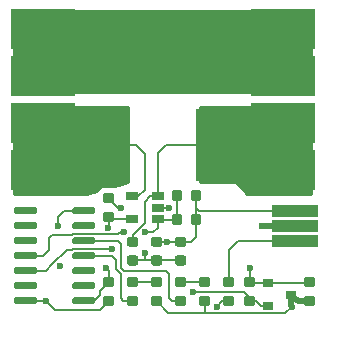
<source format=gtl>
%TF.GenerationSoftware,KiCad,Pcbnew,(5.1.6)-1*%
%TF.CreationDate,2020-05-29T23:07:58+02:00*%
%TF.ProjectId,HottTankuhr,486f7474-5461-46e6-9b75-68722e6b6963,rev?*%
%TF.SameCoordinates,Original*%
%TF.FileFunction,Copper,L1,Top*%
%TF.FilePolarity,Positive*%
%FSLAX46Y46*%
G04 Gerber Fmt 4.6, Leading zero omitted, Abs format (unit mm)*
G04 Created by KiCad (PCBNEW (5.1.6)-1) date 2020-05-29 23:07:58*
%MOMM*%
%LPD*%
G01*
G04 APERTURE LIST*
%TA.AperFunction,ComponentPad*%
%ADD10R,5.500000X3.500000*%
%TD*%
%TA.AperFunction,SMDPad,CuDef*%
%ADD11R,5.500000X3.500000*%
%TD*%
%TA.AperFunction,SMDPad,CuDef*%
%ADD12R,2.700000X6.200000*%
%TD*%
%TA.AperFunction,SMDPad,CuDef*%
%ADD13R,4.000000X1.000000*%
%TD*%
%TA.AperFunction,SMDPad,CuDef*%
%ADD14R,0.900000X0.800000*%
%TD*%
%TA.AperFunction,SMDPad,CuDef*%
%ADD15R,1.060000X0.650000*%
%TD*%
%TA.AperFunction,ViaPad*%
%ADD16C,0.600000*%
%TD*%
%TA.AperFunction,Conductor*%
%ADD17C,0.500000*%
%TD*%
%TA.AperFunction,Conductor*%
%ADD18C,0.200000*%
%TD*%
%TA.AperFunction,Conductor*%
%ADD19C,0.254000*%
%TD*%
G04 APERTURE END LIST*
D10*
X160020000Y-82900000D03*
D11*
X160020000Y-86900000D03*
X160020000Y-90900000D03*
D10*
X160020000Y-94900000D03*
X139700000Y-82900000D03*
D11*
X139700000Y-86900000D03*
X139700000Y-90900000D03*
D10*
X139700000Y-94900000D03*
%TA.AperFunction,SMDPad,CuDef*%
G36*
G01*
X162562250Y-106381000D02*
X162049750Y-106381000D01*
G75*
G02*
X161831000Y-106162250I0J218750D01*
G01*
X161831000Y-105724750D01*
G75*
G02*
X162049750Y-105506000I218750J0D01*
G01*
X162562250Y-105506000D01*
G75*
G02*
X162781000Y-105724750I0J-218750D01*
G01*
X162781000Y-106162250D01*
G75*
G02*
X162562250Y-106381000I-218750J0D01*
G01*
G37*
%TD.AperFunction*%
%TA.AperFunction,SMDPad,CuDef*%
G36*
G01*
X162562250Y-104806000D02*
X162049750Y-104806000D01*
G75*
G02*
X161831000Y-104587250I0J218750D01*
G01*
X161831000Y-104149750D01*
G75*
G02*
X162049750Y-103931000I218750J0D01*
G01*
X162562250Y-103931000D01*
G75*
G02*
X162781000Y-104149750I0J-218750D01*
G01*
X162781000Y-104587250D01*
G75*
G02*
X162562250Y-104806000I-218750J0D01*
G01*
G37*
%TD.AperFunction*%
%TA.AperFunction,SMDPad,CuDef*%
G36*
G01*
X145031750Y-105506000D02*
X145544250Y-105506000D01*
G75*
G02*
X145763000Y-105724750I0J-218750D01*
G01*
X145763000Y-106162250D01*
G75*
G02*
X145544250Y-106381000I-218750J0D01*
G01*
X145031750Y-106381000D01*
G75*
G02*
X144813000Y-106162250I0J218750D01*
G01*
X144813000Y-105724750D01*
G75*
G02*
X145031750Y-105506000I218750J0D01*
G01*
G37*
%TD.AperFunction*%
%TA.AperFunction,SMDPad,CuDef*%
G36*
G01*
X145031750Y-103931000D02*
X145544250Y-103931000D01*
G75*
G02*
X145763000Y-104149750I0J-218750D01*
G01*
X145763000Y-104587250D01*
G75*
G02*
X145544250Y-104806000I-218750J0D01*
G01*
X145031750Y-104806000D01*
G75*
G02*
X144813000Y-104587250I0J218750D01*
G01*
X144813000Y-104149750D01*
G75*
G02*
X145031750Y-103931000I218750J0D01*
G01*
G37*
%TD.AperFunction*%
D12*
X154010000Y-92710000D03*
X145710000Y-92710000D03*
%TA.AperFunction,SMDPad,CuDef*%
G36*
G01*
X151127750Y-105506000D02*
X151640250Y-105506000D01*
G75*
G02*
X151859000Y-105724750I0J-218750D01*
G01*
X151859000Y-106162250D01*
G75*
G02*
X151640250Y-106381000I-218750J0D01*
G01*
X151127750Y-106381000D01*
G75*
G02*
X150909000Y-106162250I0J218750D01*
G01*
X150909000Y-105724750D01*
G75*
G02*
X151127750Y-105506000I218750J0D01*
G01*
G37*
%TD.AperFunction*%
%TA.AperFunction,SMDPad,CuDef*%
G36*
G01*
X151127750Y-103931000D02*
X151640250Y-103931000D01*
G75*
G02*
X151859000Y-104149750I0J-218750D01*
G01*
X151859000Y-104587250D01*
G75*
G02*
X151640250Y-104806000I-218750J0D01*
G01*
X151127750Y-104806000D01*
G75*
G02*
X150909000Y-104587250I0J218750D01*
G01*
X150909000Y-104149750D01*
G75*
G02*
X151127750Y-103931000I218750J0D01*
G01*
G37*
%TD.AperFunction*%
%TA.AperFunction,SMDPad,CuDef*%
G36*
G01*
X147576250Y-104806000D02*
X147063750Y-104806000D01*
G75*
G02*
X146845000Y-104587250I0J218750D01*
G01*
X146845000Y-104149750D01*
G75*
G02*
X147063750Y-103931000I218750J0D01*
G01*
X147576250Y-103931000D01*
G75*
G02*
X147795000Y-104149750I0J-218750D01*
G01*
X147795000Y-104587250D01*
G75*
G02*
X147576250Y-104806000I-218750J0D01*
G01*
G37*
%TD.AperFunction*%
%TA.AperFunction,SMDPad,CuDef*%
G36*
G01*
X147576250Y-106381000D02*
X147063750Y-106381000D01*
G75*
G02*
X146845000Y-106162250I0J218750D01*
G01*
X146845000Y-105724750D01*
G75*
G02*
X147063750Y-105506000I218750J0D01*
G01*
X147576250Y-105506000D01*
G75*
G02*
X147795000Y-105724750I0J-218750D01*
G01*
X147795000Y-106162250D01*
G75*
G02*
X147576250Y-106381000I-218750J0D01*
G01*
G37*
%TD.AperFunction*%
%TA.AperFunction,SMDPad,CuDef*%
G36*
G01*
X153159750Y-105506000D02*
X153672250Y-105506000D01*
G75*
G02*
X153891000Y-105724750I0J-218750D01*
G01*
X153891000Y-106162250D01*
G75*
G02*
X153672250Y-106381000I-218750J0D01*
G01*
X153159750Y-106381000D01*
G75*
G02*
X152941000Y-106162250I0J218750D01*
G01*
X152941000Y-105724750D01*
G75*
G02*
X153159750Y-105506000I218750J0D01*
G01*
G37*
%TD.AperFunction*%
%TA.AperFunction,SMDPad,CuDef*%
G36*
G01*
X153159750Y-103931000D02*
X153672250Y-103931000D01*
G75*
G02*
X153891000Y-104149750I0J-218750D01*
G01*
X153891000Y-104587250D01*
G75*
G02*
X153672250Y-104806000I-218750J0D01*
G01*
X153159750Y-104806000D01*
G75*
G02*
X152941000Y-104587250I0J218750D01*
G01*
X152941000Y-104149750D01*
G75*
G02*
X153159750Y-103931000I218750J0D01*
G01*
G37*
%TD.AperFunction*%
%TA.AperFunction,SMDPad,CuDef*%
G36*
G01*
X149095750Y-105506000D02*
X149608250Y-105506000D01*
G75*
G02*
X149827000Y-105724750I0J-218750D01*
G01*
X149827000Y-106162250D01*
G75*
G02*
X149608250Y-106381000I-218750J0D01*
G01*
X149095750Y-106381000D01*
G75*
G02*
X148877000Y-106162250I0J218750D01*
G01*
X148877000Y-105724750D01*
G75*
G02*
X149095750Y-105506000I218750J0D01*
G01*
G37*
%TD.AperFunction*%
%TA.AperFunction,SMDPad,CuDef*%
G36*
G01*
X149095750Y-103931000D02*
X149608250Y-103931000D01*
G75*
G02*
X149827000Y-104149750I0J-218750D01*
G01*
X149827000Y-104587250D01*
G75*
G02*
X149608250Y-104806000I-218750J0D01*
G01*
X149095750Y-104806000D01*
G75*
G02*
X148877000Y-104587250I0J218750D01*
G01*
X148877000Y-104149750D01*
G75*
G02*
X149095750Y-103931000I218750J0D01*
G01*
G37*
%TD.AperFunction*%
%TA.AperFunction,SMDPad,CuDef*%
G36*
G01*
X149608250Y-101377000D02*
X149095750Y-101377000D01*
G75*
G02*
X148877000Y-101158250I0J218750D01*
G01*
X148877000Y-100720750D01*
G75*
G02*
X149095750Y-100502000I218750J0D01*
G01*
X149608250Y-100502000D01*
G75*
G02*
X149827000Y-100720750I0J-218750D01*
G01*
X149827000Y-101158250D01*
G75*
G02*
X149608250Y-101377000I-218750J0D01*
G01*
G37*
%TD.AperFunction*%
%TA.AperFunction,SMDPad,CuDef*%
G36*
G01*
X149608250Y-102952000D02*
X149095750Y-102952000D01*
G75*
G02*
X148877000Y-102733250I0J218750D01*
G01*
X148877000Y-102295750D01*
G75*
G02*
X149095750Y-102077000I218750J0D01*
G01*
X149608250Y-102077000D01*
G75*
G02*
X149827000Y-102295750I0J-218750D01*
G01*
X149827000Y-102733250D01*
G75*
G02*
X149608250Y-102952000I-218750J0D01*
G01*
G37*
%TD.AperFunction*%
%TA.AperFunction,SMDPad,CuDef*%
G36*
G01*
X147063750Y-102077000D02*
X147576250Y-102077000D01*
G75*
G02*
X147795000Y-102295750I0J-218750D01*
G01*
X147795000Y-102733250D01*
G75*
G02*
X147576250Y-102952000I-218750J0D01*
G01*
X147063750Y-102952000D01*
G75*
G02*
X146845000Y-102733250I0J218750D01*
G01*
X146845000Y-102295750D01*
G75*
G02*
X147063750Y-102077000I218750J0D01*
G01*
G37*
%TD.AperFunction*%
%TA.AperFunction,SMDPad,CuDef*%
G36*
G01*
X147063750Y-100502000D02*
X147576250Y-100502000D01*
G75*
G02*
X147795000Y-100720750I0J-218750D01*
G01*
X147795000Y-101158250D01*
G75*
G02*
X147576250Y-101377000I-218750J0D01*
G01*
X147063750Y-101377000D01*
G75*
G02*
X146845000Y-101158250I0J218750D01*
G01*
X146845000Y-100720750D01*
G75*
G02*
X147063750Y-100502000I218750J0D01*
G01*
G37*
%TD.AperFunction*%
%TA.AperFunction,SMDPad,CuDef*%
G36*
G01*
X152242000Y-99316250D02*
X152242000Y-98803750D01*
G75*
G02*
X152460750Y-98585000I218750J0D01*
G01*
X152898250Y-98585000D01*
G75*
G02*
X153117000Y-98803750I0J-218750D01*
G01*
X153117000Y-99316250D01*
G75*
G02*
X152898250Y-99535000I-218750J0D01*
G01*
X152460750Y-99535000D01*
G75*
G02*
X152242000Y-99316250I0J218750D01*
G01*
G37*
%TD.AperFunction*%
%TA.AperFunction,SMDPad,CuDef*%
G36*
G01*
X150667000Y-99316250D02*
X150667000Y-98803750D01*
G75*
G02*
X150885750Y-98585000I218750J0D01*
G01*
X151323250Y-98585000D01*
G75*
G02*
X151542000Y-98803750I0J-218750D01*
G01*
X151542000Y-99316250D01*
G75*
G02*
X151323250Y-99535000I-218750J0D01*
G01*
X150885750Y-99535000D01*
G75*
G02*
X150667000Y-99316250I0J218750D01*
G01*
G37*
%TD.AperFunction*%
%TA.AperFunction,SMDPad,CuDef*%
G36*
G01*
X155704250Y-104806000D02*
X155191750Y-104806000D01*
G75*
G02*
X154973000Y-104587250I0J218750D01*
G01*
X154973000Y-104149750D01*
G75*
G02*
X155191750Y-103931000I218750J0D01*
G01*
X155704250Y-103931000D01*
G75*
G02*
X155923000Y-104149750I0J-218750D01*
G01*
X155923000Y-104587250D01*
G75*
G02*
X155704250Y-104806000I-218750J0D01*
G01*
G37*
%TD.AperFunction*%
%TA.AperFunction,SMDPad,CuDef*%
G36*
G01*
X155704250Y-106381000D02*
X155191750Y-106381000D01*
G75*
G02*
X154973000Y-106162250I0J218750D01*
G01*
X154973000Y-105724750D01*
G75*
G02*
X155191750Y-105506000I218750J0D01*
G01*
X155704250Y-105506000D01*
G75*
G02*
X155923000Y-105724750I0J-218750D01*
G01*
X155923000Y-106162250D01*
G75*
G02*
X155704250Y-106381000I-218750J0D01*
G01*
G37*
%TD.AperFunction*%
%TA.AperFunction,SMDPad,CuDef*%
G36*
G01*
X151640250Y-101377000D02*
X151127750Y-101377000D01*
G75*
G02*
X150909000Y-101158250I0J218750D01*
G01*
X150909000Y-100720750D01*
G75*
G02*
X151127750Y-100502000I218750J0D01*
G01*
X151640250Y-100502000D01*
G75*
G02*
X151859000Y-100720750I0J-218750D01*
G01*
X151859000Y-101158250D01*
G75*
G02*
X151640250Y-101377000I-218750J0D01*
G01*
G37*
%TD.AperFunction*%
%TA.AperFunction,SMDPad,CuDef*%
G36*
G01*
X151640250Y-102952000D02*
X151127750Y-102952000D01*
G75*
G02*
X150909000Y-102733250I0J218750D01*
G01*
X150909000Y-102295750D01*
G75*
G02*
X151127750Y-102077000I218750J0D01*
G01*
X151640250Y-102077000D01*
G75*
G02*
X151859000Y-102295750I0J-218750D01*
G01*
X151859000Y-102733250D01*
G75*
G02*
X151640250Y-102952000I-218750J0D01*
G01*
G37*
%TD.AperFunction*%
%TA.AperFunction,SMDPad,CuDef*%
G36*
G01*
X152242000Y-97284250D02*
X152242000Y-96771750D01*
G75*
G02*
X152460750Y-96553000I218750J0D01*
G01*
X152898250Y-96553000D01*
G75*
G02*
X153117000Y-96771750I0J-218750D01*
G01*
X153117000Y-97284250D01*
G75*
G02*
X152898250Y-97503000I-218750J0D01*
G01*
X152460750Y-97503000D01*
G75*
G02*
X152242000Y-97284250I0J218750D01*
G01*
G37*
%TD.AperFunction*%
%TA.AperFunction,SMDPad,CuDef*%
G36*
G01*
X150667000Y-97284250D02*
X150667000Y-96771750D01*
G75*
G02*
X150885750Y-96553000I218750J0D01*
G01*
X151323250Y-96553000D01*
G75*
G02*
X151542000Y-96771750I0J-218750D01*
G01*
X151542000Y-97284250D01*
G75*
G02*
X151323250Y-97503000I-218750J0D01*
G01*
X150885750Y-97503000D01*
G75*
G02*
X150667000Y-97284250I0J218750D01*
G01*
G37*
%TD.AperFunction*%
%TA.AperFunction,SMDPad,CuDef*%
G36*
G01*
X157482250Y-104806000D02*
X156969750Y-104806000D01*
G75*
G02*
X156751000Y-104587250I0J218750D01*
G01*
X156751000Y-104149750D01*
G75*
G02*
X156969750Y-103931000I218750J0D01*
G01*
X157482250Y-103931000D01*
G75*
G02*
X157701000Y-104149750I0J-218750D01*
G01*
X157701000Y-104587250D01*
G75*
G02*
X157482250Y-104806000I-218750J0D01*
G01*
G37*
%TD.AperFunction*%
%TA.AperFunction,SMDPad,CuDef*%
G36*
G01*
X157482250Y-106381000D02*
X156969750Y-106381000D01*
G75*
G02*
X156751000Y-106162250I0J218750D01*
G01*
X156751000Y-105724750D01*
G75*
G02*
X156969750Y-105506000I218750J0D01*
G01*
X157482250Y-105506000D01*
G75*
G02*
X157701000Y-105724750I0J-218750D01*
G01*
X157701000Y-106162250D01*
G75*
G02*
X157482250Y-106381000I-218750J0D01*
G01*
G37*
%TD.AperFunction*%
%TA.AperFunction,SMDPad,CuDef*%
G36*
G01*
X145031750Y-96819000D02*
X145544250Y-96819000D01*
G75*
G02*
X145763000Y-97037750I0J-218750D01*
G01*
X145763000Y-97475250D01*
G75*
G02*
X145544250Y-97694000I-218750J0D01*
G01*
X145031750Y-97694000D01*
G75*
G02*
X144813000Y-97475250I0J218750D01*
G01*
X144813000Y-97037750D01*
G75*
G02*
X145031750Y-96819000I218750J0D01*
G01*
G37*
%TD.AperFunction*%
%TA.AperFunction,SMDPad,CuDef*%
G36*
G01*
X145031750Y-98394000D02*
X145544250Y-98394000D01*
G75*
G02*
X145763000Y-98612750I0J-218750D01*
G01*
X145763000Y-99050250D01*
G75*
G02*
X145544250Y-99269000I-218750J0D01*
G01*
X145031750Y-99269000D01*
G75*
G02*
X144813000Y-99050250I0J218750D01*
G01*
X144813000Y-98612750D01*
G75*
G02*
X145031750Y-98394000I218750J0D01*
G01*
G37*
%TD.AperFunction*%
D13*
X161036000Y-98298000D03*
X161036000Y-99568000D03*
X161036000Y-100838000D03*
D14*
X158766000Y-104460000D03*
X158766000Y-106360000D03*
X160766000Y-105410000D03*
%TA.AperFunction,SMDPad,CuDef*%
G36*
G01*
X144166000Y-105768000D02*
X144166000Y-106068000D01*
G75*
G02*
X144016000Y-106218000I-150000J0D01*
G01*
X142366000Y-106218000D01*
G75*
G02*
X142216000Y-106068000I0J150000D01*
G01*
X142216000Y-105768000D01*
G75*
G02*
X142366000Y-105618000I150000J0D01*
G01*
X144016000Y-105618000D01*
G75*
G02*
X144166000Y-105768000I0J-150000D01*
G01*
G37*
%TD.AperFunction*%
%TA.AperFunction,SMDPad,CuDef*%
G36*
G01*
X144166000Y-104498000D02*
X144166000Y-104798000D01*
G75*
G02*
X144016000Y-104948000I-150000J0D01*
G01*
X142366000Y-104948000D01*
G75*
G02*
X142216000Y-104798000I0J150000D01*
G01*
X142216000Y-104498000D01*
G75*
G02*
X142366000Y-104348000I150000J0D01*
G01*
X144016000Y-104348000D01*
G75*
G02*
X144166000Y-104498000I0J-150000D01*
G01*
G37*
%TD.AperFunction*%
%TA.AperFunction,SMDPad,CuDef*%
G36*
G01*
X144166000Y-103228000D02*
X144166000Y-103528000D01*
G75*
G02*
X144016000Y-103678000I-150000J0D01*
G01*
X142366000Y-103678000D01*
G75*
G02*
X142216000Y-103528000I0J150000D01*
G01*
X142216000Y-103228000D01*
G75*
G02*
X142366000Y-103078000I150000J0D01*
G01*
X144016000Y-103078000D01*
G75*
G02*
X144166000Y-103228000I0J-150000D01*
G01*
G37*
%TD.AperFunction*%
%TA.AperFunction,SMDPad,CuDef*%
G36*
G01*
X144166000Y-101958000D02*
X144166000Y-102258000D01*
G75*
G02*
X144016000Y-102408000I-150000J0D01*
G01*
X142366000Y-102408000D01*
G75*
G02*
X142216000Y-102258000I0J150000D01*
G01*
X142216000Y-101958000D01*
G75*
G02*
X142366000Y-101808000I150000J0D01*
G01*
X144016000Y-101808000D01*
G75*
G02*
X144166000Y-101958000I0J-150000D01*
G01*
G37*
%TD.AperFunction*%
%TA.AperFunction,SMDPad,CuDef*%
G36*
G01*
X144166000Y-100688000D02*
X144166000Y-100988000D01*
G75*
G02*
X144016000Y-101138000I-150000J0D01*
G01*
X142366000Y-101138000D01*
G75*
G02*
X142216000Y-100988000I0J150000D01*
G01*
X142216000Y-100688000D01*
G75*
G02*
X142366000Y-100538000I150000J0D01*
G01*
X144016000Y-100538000D01*
G75*
G02*
X144166000Y-100688000I0J-150000D01*
G01*
G37*
%TD.AperFunction*%
%TA.AperFunction,SMDPad,CuDef*%
G36*
G01*
X144166000Y-99418000D02*
X144166000Y-99718000D01*
G75*
G02*
X144016000Y-99868000I-150000J0D01*
G01*
X142366000Y-99868000D01*
G75*
G02*
X142216000Y-99718000I0J150000D01*
G01*
X142216000Y-99418000D01*
G75*
G02*
X142366000Y-99268000I150000J0D01*
G01*
X144016000Y-99268000D01*
G75*
G02*
X144166000Y-99418000I0J-150000D01*
G01*
G37*
%TD.AperFunction*%
%TA.AperFunction,SMDPad,CuDef*%
G36*
G01*
X144166000Y-98148000D02*
X144166000Y-98448000D01*
G75*
G02*
X144016000Y-98598000I-150000J0D01*
G01*
X142366000Y-98598000D01*
G75*
G02*
X142216000Y-98448000I0J150000D01*
G01*
X142216000Y-98148000D01*
G75*
G02*
X142366000Y-97998000I150000J0D01*
G01*
X144016000Y-97998000D01*
G75*
G02*
X144166000Y-98148000I0J-150000D01*
G01*
G37*
%TD.AperFunction*%
%TA.AperFunction,SMDPad,CuDef*%
G36*
G01*
X139216000Y-98148000D02*
X139216000Y-98448000D01*
G75*
G02*
X139066000Y-98598000I-150000J0D01*
G01*
X137416000Y-98598000D01*
G75*
G02*
X137266000Y-98448000I0J150000D01*
G01*
X137266000Y-98148000D01*
G75*
G02*
X137416000Y-97998000I150000J0D01*
G01*
X139066000Y-97998000D01*
G75*
G02*
X139216000Y-98148000I0J-150000D01*
G01*
G37*
%TD.AperFunction*%
%TA.AperFunction,SMDPad,CuDef*%
G36*
G01*
X139216000Y-99418000D02*
X139216000Y-99718000D01*
G75*
G02*
X139066000Y-99868000I-150000J0D01*
G01*
X137416000Y-99868000D01*
G75*
G02*
X137266000Y-99718000I0J150000D01*
G01*
X137266000Y-99418000D01*
G75*
G02*
X137416000Y-99268000I150000J0D01*
G01*
X139066000Y-99268000D01*
G75*
G02*
X139216000Y-99418000I0J-150000D01*
G01*
G37*
%TD.AperFunction*%
%TA.AperFunction,SMDPad,CuDef*%
G36*
G01*
X139216000Y-100688000D02*
X139216000Y-100988000D01*
G75*
G02*
X139066000Y-101138000I-150000J0D01*
G01*
X137416000Y-101138000D01*
G75*
G02*
X137266000Y-100988000I0J150000D01*
G01*
X137266000Y-100688000D01*
G75*
G02*
X137416000Y-100538000I150000J0D01*
G01*
X139066000Y-100538000D01*
G75*
G02*
X139216000Y-100688000I0J-150000D01*
G01*
G37*
%TD.AperFunction*%
%TA.AperFunction,SMDPad,CuDef*%
G36*
G01*
X139216000Y-101958000D02*
X139216000Y-102258000D01*
G75*
G02*
X139066000Y-102408000I-150000J0D01*
G01*
X137416000Y-102408000D01*
G75*
G02*
X137266000Y-102258000I0J150000D01*
G01*
X137266000Y-101958000D01*
G75*
G02*
X137416000Y-101808000I150000J0D01*
G01*
X139066000Y-101808000D01*
G75*
G02*
X139216000Y-101958000I0J-150000D01*
G01*
G37*
%TD.AperFunction*%
%TA.AperFunction,SMDPad,CuDef*%
G36*
G01*
X139216000Y-103228000D02*
X139216000Y-103528000D01*
G75*
G02*
X139066000Y-103678000I-150000J0D01*
G01*
X137416000Y-103678000D01*
G75*
G02*
X137266000Y-103528000I0J150000D01*
G01*
X137266000Y-103228000D01*
G75*
G02*
X137416000Y-103078000I150000J0D01*
G01*
X139066000Y-103078000D01*
G75*
G02*
X139216000Y-103228000I0J-150000D01*
G01*
G37*
%TD.AperFunction*%
%TA.AperFunction,SMDPad,CuDef*%
G36*
G01*
X139216000Y-104498000D02*
X139216000Y-104798000D01*
G75*
G02*
X139066000Y-104948000I-150000J0D01*
G01*
X137416000Y-104948000D01*
G75*
G02*
X137266000Y-104798000I0J150000D01*
G01*
X137266000Y-104498000D01*
G75*
G02*
X137416000Y-104348000I150000J0D01*
G01*
X139066000Y-104348000D01*
G75*
G02*
X139216000Y-104498000I0J-150000D01*
G01*
G37*
%TD.AperFunction*%
%TA.AperFunction,SMDPad,CuDef*%
G36*
G01*
X139216000Y-105768000D02*
X139216000Y-106068000D01*
G75*
G02*
X139066000Y-106218000I-150000J0D01*
G01*
X137416000Y-106218000D01*
G75*
G02*
X137266000Y-106068000I0J150000D01*
G01*
X137266000Y-105768000D01*
G75*
G02*
X137416000Y-105618000I150000J0D01*
G01*
X139066000Y-105618000D01*
G75*
G02*
X139216000Y-105768000I0J-150000D01*
G01*
G37*
%TD.AperFunction*%
D15*
X149436000Y-98994000D03*
X149436000Y-98044000D03*
X149436000Y-97094000D03*
X147236000Y-97094000D03*
X147236000Y-98994000D03*
D16*
X158242000Y-99568000D03*
X160782000Y-106426000D03*
X157226000Y-103124000D03*
X139954000Y-105918000D03*
X146304000Y-98044000D03*
X150368000Y-98044000D03*
X150266500Y-100939500D03*
X145272241Y-99737990D03*
X145034000Y-103124000D03*
X152400000Y-105156000D03*
X142748000Y-89916000D03*
X143256000Y-90424000D03*
X143764000Y-89916000D03*
X143764000Y-90932000D03*
X142748000Y-90932000D03*
X143256000Y-91440000D03*
X143256000Y-92456000D03*
X143256000Y-93472000D03*
X143256000Y-94488000D03*
X143256000Y-95504000D03*
X143256000Y-96520000D03*
X142748000Y-96012000D03*
X142748000Y-94996000D03*
X142748000Y-93980000D03*
X142748000Y-92964000D03*
X142748000Y-91948000D03*
X143764000Y-91948000D03*
X143764000Y-92964000D03*
X143764000Y-93980000D03*
X143764000Y-94996000D03*
X143764000Y-96012000D03*
X155956000Y-89916000D03*
X155956000Y-90932000D03*
X155956000Y-91948000D03*
X155956000Y-92964000D03*
X155956000Y-93980000D03*
X155956000Y-94996000D03*
X156972000Y-89916000D03*
X156464000Y-90424000D03*
X156972000Y-90932000D03*
X156464000Y-91440000D03*
X156972000Y-91948000D03*
X156464000Y-92456000D03*
X156972000Y-92964000D03*
X156464000Y-93472000D03*
X156972000Y-93980000D03*
X156464000Y-94488000D03*
X156972000Y-94996000D03*
X156464000Y-95504000D03*
X156972000Y-96012000D03*
X140970000Y-99568000D03*
X141142117Y-102967701D03*
X154432000Y-106426000D03*
X146558000Y-100076000D03*
X148343909Y-100083909D03*
X145542000Y-101558000D03*
X148336000Y-101854000D03*
X143510000Y-87122000D03*
X145034000Y-87122000D03*
X146558000Y-87122000D03*
X148082000Y-87122000D03*
X149606000Y-87122000D03*
X151130000Y-87122000D03*
X152654000Y-87122000D03*
X154178000Y-87122000D03*
X155702000Y-87122000D03*
X143510000Y-82296000D03*
X145034000Y-82296000D03*
X146558000Y-82296000D03*
X148082000Y-82296000D03*
X149606000Y-82296000D03*
X151130000Y-82296000D03*
X152654000Y-82296000D03*
X154178000Y-82296000D03*
X155702000Y-82296000D03*
D17*
X161036000Y-99568000D02*
X158242000Y-99568000D01*
X160766000Y-106410000D02*
X160782000Y-106426000D01*
X160766000Y-105410000D02*
X160766000Y-106410000D01*
X161299500Y-105943500D02*
X160766000Y-105410000D01*
X162306000Y-105943500D02*
X161299500Y-105943500D01*
D18*
X149352000Y-105943500D02*
X150342500Y-106934000D01*
X160197999Y-107010001D02*
X160782000Y-106426000D01*
X152400000Y-106934000D02*
X152476001Y-107010001D01*
X150342500Y-106934000D02*
X152400000Y-106934000D01*
X153416000Y-106934000D02*
X153339999Y-107010001D01*
X153416000Y-105943500D02*
X153416000Y-106934000D01*
X152476001Y-107010001D02*
X153339999Y-107010001D01*
X153339999Y-107010001D02*
X160197999Y-107010001D01*
X157226000Y-104368500D02*
X157226000Y-103124000D01*
X157317500Y-104460000D02*
X157226000Y-104368500D01*
X158766000Y-104460000D02*
X157317500Y-104460000D01*
X162214500Y-104460000D02*
X162306000Y-104368500D01*
X158766000Y-104460000D02*
X162214500Y-104460000D01*
X149352000Y-100939500D02*
X150266500Y-100939500D01*
X151384000Y-100939500D02*
X152298500Y-100939500D01*
X152679500Y-100558500D02*
X152679500Y-99060000D01*
X152298500Y-100939500D02*
X152679500Y-100558500D01*
X161036000Y-98298000D02*
X152908000Y-98298000D01*
X152908000Y-98298000D02*
X152679500Y-98069500D01*
X152679500Y-97028000D02*
X152679500Y-98069500D01*
X152679500Y-98069500D02*
X152679500Y-99060000D01*
X138241000Y-105918000D02*
X139954000Y-105918000D01*
X145288000Y-97256500D02*
X145288000Y-97282000D01*
X145288000Y-97282000D02*
X146050000Y-98044000D01*
X146050000Y-98044000D02*
X146304000Y-98044000D01*
X149436000Y-98044000D02*
X150368000Y-98044000D01*
X150266500Y-100939500D02*
X151384000Y-100939500D01*
X145262500Y-105918000D02*
X145288000Y-105943500D01*
X145288000Y-105943500D02*
X144551500Y-106680000D01*
X140716000Y-106680000D02*
X139954000Y-105918000D01*
X144551500Y-106680000D02*
X140716000Y-106680000D01*
X145450500Y-98994000D02*
X145288000Y-98831500D01*
X147236000Y-98994000D02*
X145450500Y-98994000D01*
X158766000Y-106360000D02*
X158176000Y-106360000D01*
X157759500Y-105943500D02*
X157226000Y-105943500D01*
X158176000Y-106360000D02*
X157759500Y-105943500D01*
X145288000Y-99753749D02*
X145272241Y-99737990D01*
X145288000Y-98831500D02*
X145288000Y-99753749D01*
X157226000Y-105943500D02*
X157226000Y-105664000D01*
X157226000Y-105664000D02*
X156718000Y-105156000D01*
X156718000Y-105156000D02*
X152400000Y-105156000D01*
X145288000Y-103378000D02*
X145034000Y-103124000D01*
X145288000Y-104368500D02*
X145288000Y-103378000D01*
X143191000Y-105918000D02*
X144018000Y-105918000D01*
X144018000Y-105918000D02*
X144526000Y-105410000D01*
X144526000Y-105130500D02*
X145288000Y-104368500D01*
X144526000Y-105410000D02*
X144526000Y-105130500D01*
X147236000Y-97094000D02*
X147762000Y-97094000D01*
X147762000Y-97094000D02*
X148336000Y-96520000D01*
X148336000Y-96520000D02*
X148336000Y-93472000D01*
X147574000Y-92710000D02*
X145710000Y-92710000D01*
X148336000Y-93472000D02*
X147574000Y-92710000D01*
X149436000Y-97094000D02*
X149436000Y-93388000D01*
X150114000Y-92710000D02*
X154010000Y-92710000D01*
X149436000Y-93388000D02*
X150114000Y-92710000D01*
X148778000Y-97094000D02*
X149436000Y-97094000D01*
X148336000Y-97536000D02*
X148778000Y-97094000D01*
X148336000Y-97536000D02*
X148336000Y-99314000D01*
X148336000Y-99314000D02*
X147320000Y-100330000D01*
X147320000Y-100330000D02*
X147320000Y-100939500D01*
X143191000Y-98298000D02*
X141478000Y-98298000D01*
X141478000Y-98298000D02*
X140970000Y-98806000D01*
X140970000Y-98806000D02*
X140970000Y-99568000D01*
X155448000Y-105943500D02*
X154914500Y-105943500D01*
X154914500Y-105943500D02*
X154432000Y-106426000D01*
X151104500Y-97028000D02*
X151104500Y-99060000D01*
X149502000Y-99060000D02*
X149436000Y-98994000D01*
X151104500Y-99060000D02*
X149502000Y-99060000D01*
X138241000Y-102108000D02*
X139700000Y-102108000D01*
X139700000Y-102108000D02*
X140208000Y-101600000D01*
X140208000Y-101600000D02*
X140208000Y-100584000D01*
X140208000Y-100584000D02*
X140462000Y-100330000D01*
X142200308Y-100287990D02*
X145499990Y-100287990D01*
X140462000Y-100330000D02*
X142158298Y-100330000D01*
X142158298Y-100330000D02*
X142200308Y-100287990D01*
X145499990Y-100287990D02*
X146092010Y-100287990D01*
X146092010Y-100287990D02*
X146304000Y-100076000D01*
X146304000Y-100076000D02*
X146558000Y-100076000D01*
X148343909Y-100083909D02*
X149090091Y-100083909D01*
X149436000Y-99738000D02*
X149436000Y-98994000D01*
X149090091Y-100083909D02*
X149436000Y-99738000D01*
X151384000Y-102514500D02*
X149352000Y-102514500D01*
X139954000Y-103378000D02*
X138241000Y-103378000D01*
X140504010Y-102827990D02*
X139954000Y-103378000D01*
X140504010Y-102827990D02*
X141732000Y-101600000D01*
X142200308Y-101557990D02*
X145499990Y-101557990D01*
X141732000Y-101600000D02*
X142158298Y-101600000D01*
X142158298Y-101600000D02*
X142200308Y-101557990D01*
X145499990Y-101557990D02*
X145500000Y-101558000D01*
X145500000Y-101558000D02*
X145542000Y-101558000D01*
X148336000Y-102362000D02*
X148488500Y-102514500D01*
X148336000Y-101854000D02*
X148336000Y-102362000D01*
X149352000Y-102514500D02*
X148488500Y-102514500D01*
X148488500Y-102514500D02*
X147320000Y-102514500D01*
X147320000Y-104368500D02*
X149352000Y-104368500D01*
X151384000Y-104368500D02*
X153416000Y-104368500D01*
X161036000Y-100838000D02*
X156210000Y-100838000D01*
X155448000Y-101600000D02*
X155448000Y-104368500D01*
X156210000Y-100838000D02*
X155448000Y-101600000D01*
X146532500Y-105943500D02*
X147320000Y-105943500D01*
X146304000Y-105715000D02*
X146532500Y-105943500D01*
X146304000Y-103632000D02*
X146304000Y-105715000D01*
X145953990Y-103281990D02*
X146304000Y-103632000D01*
X145953990Y-102519990D02*
X145953990Y-103281990D01*
X145542000Y-102108000D02*
X145953990Y-102519990D01*
X143191000Y-102108000D02*
X145542000Y-102108000D01*
X143191000Y-100838000D02*
X146050000Y-100838000D01*
X146050000Y-100838000D02*
X146304000Y-101092000D01*
X146304000Y-101092000D02*
X146304000Y-103124000D01*
X146304000Y-103124000D02*
X146558000Y-103378000D01*
X146558000Y-103378000D02*
X150114000Y-103378000D01*
X150114000Y-103378000D02*
X150368000Y-103632000D01*
X150368000Y-103632000D02*
X150368000Y-105664000D01*
X150647500Y-105943500D02*
X151384000Y-105943500D01*
X150368000Y-105664000D02*
X150647500Y-105943500D01*
D19*
G36*
X162433000Y-88265000D02*
G01*
X137287000Y-88265000D01*
X137287000Y-81407000D01*
X162433000Y-81407000D01*
X162433000Y-88265000D01*
G37*
X162433000Y-88265000D02*
X137287000Y-88265000D01*
X137287000Y-81407000D01*
X162433000Y-81407000D01*
X162433000Y-88265000D01*
G36*
X162433000Y-96901000D02*
G01*
X157024606Y-96901000D01*
X156045803Y-95922197D01*
X156026557Y-95906403D01*
X156004601Y-95894667D01*
X155980776Y-95887440D01*
X155956000Y-95885000D01*
X153035000Y-95885000D01*
X153035000Y-89535000D01*
X162433000Y-89535000D01*
X162433000Y-96901000D01*
G37*
X162433000Y-96901000D02*
X157024606Y-96901000D01*
X156045803Y-95922197D01*
X156026557Y-95906403D01*
X156004601Y-95894667D01*
X155980776Y-95887440D01*
X155956000Y-95885000D01*
X153035000Y-95885000D01*
X153035000Y-89535000D01*
X162433000Y-89535000D01*
X162433000Y-96901000D01*
G36*
X146939000Y-95915291D02*
G01*
X145809033Y-96227006D01*
X145711408Y-96197392D01*
X145544250Y-96180928D01*
X145031750Y-96180928D01*
X144864592Y-96197392D01*
X144703858Y-96246150D01*
X144555725Y-96325329D01*
X144425885Y-96431885D01*
X144319329Y-96561725D01*
X144271534Y-96651144D01*
X143365804Y-96901000D01*
X137287000Y-96901000D01*
X137287000Y-89535000D01*
X146939000Y-89535000D01*
X146939000Y-95915291D01*
G37*
X146939000Y-95915291D02*
X145809033Y-96227006D01*
X145711408Y-96197392D01*
X145544250Y-96180928D01*
X145031750Y-96180928D01*
X144864592Y-96197392D01*
X144703858Y-96246150D01*
X144555725Y-96325329D01*
X144425885Y-96431885D01*
X144319329Y-96561725D01*
X144271534Y-96651144D01*
X143365804Y-96901000D01*
X137287000Y-96901000D01*
X137287000Y-89535000D01*
X146939000Y-89535000D01*
X146939000Y-95915291D01*
M02*

</source>
